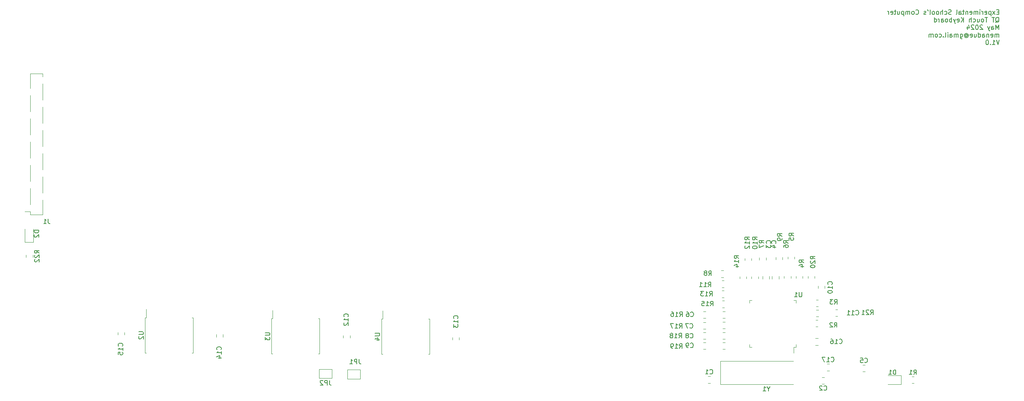
<source format=gbr>
G04 #@! TF.GenerationSoftware,KiCad,Pcbnew,5.1.5+dfsg1-2build2*
G04 #@! TF.CreationDate,2024-05-29T18:28:51+01:00*
G04 #@! TF.ProjectId,qt_touch1,71745f74-6f75-4636-9831-2e6b69636164,rev?*
G04 #@! TF.SameCoordinates,Original*
G04 #@! TF.FileFunction,Legend,Bot*
G04 #@! TF.FilePolarity,Positive*
%FSLAX46Y46*%
G04 Gerber Fmt 4.6, Leading zero omitted, Abs format (unit mm)*
G04 Created by KiCad (PCBNEW 5.1.5+dfsg1-2build2) date 2024-05-29 18:28:51*
%MOMM*%
%LPD*%
G04 APERTURE LIST*
%ADD10C,0.150000*%
%ADD11C,0.120000*%
G04 APERTURE END LIST*
D10*
X244739404Y-59853571D02*
X244406071Y-59853571D01*
X244263214Y-60377380D02*
X244739404Y-60377380D01*
X244739404Y-59377380D01*
X244263214Y-59377380D01*
X243929880Y-60377380D02*
X243406071Y-59710714D01*
X243929880Y-59710714D02*
X243406071Y-60377380D01*
X243025119Y-59710714D02*
X243025119Y-60710714D01*
X243025119Y-59758333D02*
X242929880Y-59710714D01*
X242739404Y-59710714D01*
X242644166Y-59758333D01*
X242596547Y-59805952D01*
X242548928Y-59901190D01*
X242548928Y-60186904D01*
X242596547Y-60282142D01*
X242644166Y-60329761D01*
X242739404Y-60377380D01*
X242929880Y-60377380D01*
X243025119Y-60329761D01*
X241739404Y-60329761D02*
X241834642Y-60377380D01*
X242025119Y-60377380D01*
X242120357Y-60329761D01*
X242167976Y-60234523D01*
X242167976Y-59853571D01*
X242120357Y-59758333D01*
X242025119Y-59710714D01*
X241834642Y-59710714D01*
X241739404Y-59758333D01*
X241691785Y-59853571D01*
X241691785Y-59948809D01*
X242167976Y-60044047D01*
X241263214Y-60377380D02*
X241263214Y-59710714D01*
X241263214Y-59901190D02*
X241215595Y-59805952D01*
X241167976Y-59758333D01*
X241072738Y-59710714D01*
X240977500Y-59710714D01*
X240644166Y-60377380D02*
X240644166Y-59710714D01*
X240644166Y-59377380D02*
X240691785Y-59425000D01*
X240644166Y-59472619D01*
X240596547Y-59425000D01*
X240644166Y-59377380D01*
X240644166Y-59472619D01*
X240167976Y-60377380D02*
X240167976Y-59710714D01*
X240167976Y-59805952D02*
X240120357Y-59758333D01*
X240025119Y-59710714D01*
X239882261Y-59710714D01*
X239787023Y-59758333D01*
X239739404Y-59853571D01*
X239739404Y-60377380D01*
X239739404Y-59853571D02*
X239691785Y-59758333D01*
X239596547Y-59710714D01*
X239453690Y-59710714D01*
X239358452Y-59758333D01*
X239310833Y-59853571D01*
X239310833Y-60377380D01*
X238453690Y-60329761D02*
X238548928Y-60377380D01*
X238739404Y-60377380D01*
X238834642Y-60329761D01*
X238882261Y-60234523D01*
X238882261Y-59853571D01*
X238834642Y-59758333D01*
X238739404Y-59710714D01*
X238548928Y-59710714D01*
X238453690Y-59758333D01*
X238406071Y-59853571D01*
X238406071Y-59948809D01*
X238882261Y-60044047D01*
X237977500Y-59710714D02*
X237977500Y-60377380D01*
X237977500Y-59805952D02*
X237929880Y-59758333D01*
X237834642Y-59710714D01*
X237691785Y-59710714D01*
X237596547Y-59758333D01*
X237548928Y-59853571D01*
X237548928Y-60377380D01*
X237215595Y-59710714D02*
X236834642Y-59710714D01*
X237072738Y-59377380D02*
X237072738Y-60234523D01*
X237025119Y-60329761D01*
X236929880Y-60377380D01*
X236834642Y-60377380D01*
X236072738Y-60377380D02*
X236072738Y-59853571D01*
X236120357Y-59758333D01*
X236215595Y-59710714D01*
X236406071Y-59710714D01*
X236501309Y-59758333D01*
X236072738Y-60329761D02*
X236167976Y-60377380D01*
X236406071Y-60377380D01*
X236501309Y-60329761D01*
X236548928Y-60234523D01*
X236548928Y-60139285D01*
X236501309Y-60044047D01*
X236406071Y-59996428D01*
X236167976Y-59996428D01*
X236072738Y-59948809D01*
X235453690Y-60377380D02*
X235548928Y-60329761D01*
X235596547Y-60234523D01*
X235596547Y-59377380D01*
X234358452Y-60329761D02*
X234215595Y-60377380D01*
X233977500Y-60377380D01*
X233882261Y-60329761D01*
X233834642Y-60282142D01*
X233787023Y-60186904D01*
X233787023Y-60091666D01*
X233834642Y-59996428D01*
X233882261Y-59948809D01*
X233977500Y-59901190D01*
X234167976Y-59853571D01*
X234263214Y-59805952D01*
X234310833Y-59758333D01*
X234358452Y-59663095D01*
X234358452Y-59567857D01*
X234310833Y-59472619D01*
X234263214Y-59425000D01*
X234167976Y-59377380D01*
X233929880Y-59377380D01*
X233787023Y-59425000D01*
X232929880Y-60329761D02*
X233025119Y-60377380D01*
X233215595Y-60377380D01*
X233310833Y-60329761D01*
X233358452Y-60282142D01*
X233406071Y-60186904D01*
X233406071Y-59901190D01*
X233358452Y-59805952D01*
X233310833Y-59758333D01*
X233215595Y-59710714D01*
X233025119Y-59710714D01*
X232929880Y-59758333D01*
X232501309Y-60377380D02*
X232501309Y-59377380D01*
X232072738Y-60377380D02*
X232072738Y-59853571D01*
X232120357Y-59758333D01*
X232215595Y-59710714D01*
X232358452Y-59710714D01*
X232453690Y-59758333D01*
X232501309Y-59805952D01*
X231453690Y-60377380D02*
X231548928Y-60329761D01*
X231596547Y-60282142D01*
X231644166Y-60186904D01*
X231644166Y-59901190D01*
X231596547Y-59805952D01*
X231548928Y-59758333D01*
X231453690Y-59710714D01*
X231310833Y-59710714D01*
X231215595Y-59758333D01*
X231167976Y-59805952D01*
X231120357Y-59901190D01*
X231120357Y-60186904D01*
X231167976Y-60282142D01*
X231215595Y-60329761D01*
X231310833Y-60377380D01*
X231453690Y-60377380D01*
X230548928Y-60377380D02*
X230644166Y-60329761D01*
X230691785Y-60282142D01*
X230739404Y-60186904D01*
X230739404Y-59901190D01*
X230691785Y-59805952D01*
X230644166Y-59758333D01*
X230548928Y-59710714D01*
X230406071Y-59710714D01*
X230310833Y-59758333D01*
X230263214Y-59805952D01*
X230215595Y-59901190D01*
X230215595Y-60186904D01*
X230263214Y-60282142D01*
X230310833Y-60329761D01*
X230406071Y-60377380D01*
X230548928Y-60377380D01*
X229644166Y-60377380D02*
X229739404Y-60329761D01*
X229787023Y-60234523D01*
X229787023Y-59377380D01*
X229215595Y-59377380D02*
X229310833Y-59567857D01*
X228834642Y-60329761D02*
X228739404Y-60377380D01*
X228548928Y-60377380D01*
X228453690Y-60329761D01*
X228406071Y-60234523D01*
X228406071Y-60186904D01*
X228453690Y-60091666D01*
X228548928Y-60044047D01*
X228691785Y-60044047D01*
X228787023Y-59996428D01*
X228834642Y-59901190D01*
X228834642Y-59853571D01*
X228787023Y-59758333D01*
X228691785Y-59710714D01*
X228548928Y-59710714D01*
X228453690Y-59758333D01*
X226644166Y-60282142D02*
X226691785Y-60329761D01*
X226834642Y-60377380D01*
X226929880Y-60377380D01*
X227072738Y-60329761D01*
X227167976Y-60234523D01*
X227215595Y-60139285D01*
X227263214Y-59948809D01*
X227263214Y-59805952D01*
X227215595Y-59615476D01*
X227167976Y-59520238D01*
X227072738Y-59425000D01*
X226929880Y-59377380D01*
X226834642Y-59377380D01*
X226691785Y-59425000D01*
X226644166Y-59472619D01*
X226072738Y-60377380D02*
X226167976Y-60329761D01*
X226215595Y-60282142D01*
X226263214Y-60186904D01*
X226263214Y-59901190D01*
X226215595Y-59805952D01*
X226167976Y-59758333D01*
X226072738Y-59710714D01*
X225929880Y-59710714D01*
X225834642Y-59758333D01*
X225787023Y-59805952D01*
X225739404Y-59901190D01*
X225739404Y-60186904D01*
X225787023Y-60282142D01*
X225834642Y-60329761D01*
X225929880Y-60377380D01*
X226072738Y-60377380D01*
X225310833Y-60377380D02*
X225310833Y-59710714D01*
X225310833Y-59805952D02*
X225263214Y-59758333D01*
X225167976Y-59710714D01*
X225025119Y-59710714D01*
X224929880Y-59758333D01*
X224882261Y-59853571D01*
X224882261Y-60377380D01*
X224882261Y-59853571D02*
X224834642Y-59758333D01*
X224739404Y-59710714D01*
X224596547Y-59710714D01*
X224501309Y-59758333D01*
X224453690Y-59853571D01*
X224453690Y-60377380D01*
X223977500Y-59710714D02*
X223977500Y-60710714D01*
X223977500Y-59758333D02*
X223882261Y-59710714D01*
X223691785Y-59710714D01*
X223596547Y-59758333D01*
X223548928Y-59805952D01*
X223501309Y-59901190D01*
X223501309Y-60186904D01*
X223548928Y-60282142D01*
X223596547Y-60329761D01*
X223691785Y-60377380D01*
X223882261Y-60377380D01*
X223977500Y-60329761D01*
X222644166Y-59710714D02*
X222644166Y-60377380D01*
X223072738Y-59710714D02*
X223072738Y-60234523D01*
X223025119Y-60329761D01*
X222929880Y-60377380D01*
X222787023Y-60377380D01*
X222691785Y-60329761D01*
X222644166Y-60282142D01*
X222310833Y-59710714D02*
X221929880Y-59710714D01*
X222167976Y-59377380D02*
X222167976Y-60234523D01*
X222120357Y-60329761D01*
X222025119Y-60377380D01*
X221929880Y-60377380D01*
X221215595Y-60329761D02*
X221310833Y-60377380D01*
X221501309Y-60377380D01*
X221596547Y-60329761D01*
X221644166Y-60234523D01*
X221644166Y-59853571D01*
X221596547Y-59758333D01*
X221501309Y-59710714D01*
X221310833Y-59710714D01*
X221215595Y-59758333D01*
X221167976Y-59853571D01*
X221167976Y-59948809D01*
X221644166Y-60044047D01*
X220739404Y-60377380D02*
X220739404Y-59710714D01*
X220739404Y-59901190D02*
X220691785Y-59805952D01*
X220644166Y-59758333D01*
X220548928Y-59710714D01*
X220453690Y-59710714D01*
X244072738Y-62122619D02*
X244167976Y-62075000D01*
X244263214Y-61979761D01*
X244406071Y-61836904D01*
X244501309Y-61789285D01*
X244596547Y-61789285D01*
X244548928Y-62027380D02*
X244644166Y-61979761D01*
X244739404Y-61884523D01*
X244787023Y-61694047D01*
X244787023Y-61360714D01*
X244739404Y-61170238D01*
X244644166Y-61075000D01*
X244548928Y-61027380D01*
X244358452Y-61027380D01*
X244263214Y-61075000D01*
X244167976Y-61170238D01*
X244120357Y-61360714D01*
X244120357Y-61694047D01*
X244167976Y-61884523D01*
X244263214Y-61979761D01*
X244358452Y-62027380D01*
X244548928Y-62027380D01*
X243834642Y-61027380D02*
X243263214Y-61027380D01*
X243548928Y-62027380D02*
X243548928Y-61027380D01*
X242310833Y-61027380D02*
X241739404Y-61027380D01*
X242025119Y-62027380D02*
X242025119Y-61027380D01*
X241263214Y-62027380D02*
X241358452Y-61979761D01*
X241406071Y-61932142D01*
X241453690Y-61836904D01*
X241453690Y-61551190D01*
X241406071Y-61455952D01*
X241358452Y-61408333D01*
X241263214Y-61360714D01*
X241120357Y-61360714D01*
X241025119Y-61408333D01*
X240977500Y-61455952D01*
X240929880Y-61551190D01*
X240929880Y-61836904D01*
X240977500Y-61932142D01*
X241025119Y-61979761D01*
X241120357Y-62027380D01*
X241263214Y-62027380D01*
X240072738Y-61360714D02*
X240072738Y-62027380D01*
X240501309Y-61360714D02*
X240501309Y-61884523D01*
X240453690Y-61979761D01*
X240358452Y-62027380D01*
X240215595Y-62027380D01*
X240120357Y-61979761D01*
X240072738Y-61932142D01*
X239167976Y-61979761D02*
X239263214Y-62027380D01*
X239453690Y-62027380D01*
X239548928Y-61979761D01*
X239596547Y-61932142D01*
X239644166Y-61836904D01*
X239644166Y-61551190D01*
X239596547Y-61455952D01*
X239548928Y-61408333D01*
X239453690Y-61360714D01*
X239263214Y-61360714D01*
X239167976Y-61408333D01*
X238739404Y-62027380D02*
X238739404Y-61027380D01*
X238310833Y-62027380D02*
X238310833Y-61503571D01*
X238358452Y-61408333D01*
X238453690Y-61360714D01*
X238596547Y-61360714D01*
X238691785Y-61408333D01*
X238739404Y-61455952D01*
X237072738Y-62027380D02*
X237072738Y-61027380D01*
X236501309Y-62027380D02*
X236929880Y-61455952D01*
X236501309Y-61027380D02*
X237072738Y-61598809D01*
X235691785Y-61979761D02*
X235787023Y-62027380D01*
X235977500Y-62027380D01*
X236072738Y-61979761D01*
X236120357Y-61884523D01*
X236120357Y-61503571D01*
X236072738Y-61408333D01*
X235977500Y-61360714D01*
X235787023Y-61360714D01*
X235691785Y-61408333D01*
X235644166Y-61503571D01*
X235644166Y-61598809D01*
X236120357Y-61694047D01*
X235310833Y-61360714D02*
X235072738Y-62027380D01*
X234834642Y-61360714D02*
X235072738Y-62027380D01*
X235167976Y-62265476D01*
X235215595Y-62313095D01*
X235310833Y-62360714D01*
X234453690Y-62027380D02*
X234453690Y-61027380D01*
X234453690Y-61408333D02*
X234358452Y-61360714D01*
X234167976Y-61360714D01*
X234072738Y-61408333D01*
X234025119Y-61455952D01*
X233977500Y-61551190D01*
X233977500Y-61836904D01*
X234025119Y-61932142D01*
X234072738Y-61979761D01*
X234167976Y-62027380D01*
X234358452Y-62027380D01*
X234453690Y-61979761D01*
X233406071Y-62027380D02*
X233501309Y-61979761D01*
X233548928Y-61932142D01*
X233596547Y-61836904D01*
X233596547Y-61551190D01*
X233548928Y-61455952D01*
X233501309Y-61408333D01*
X233406071Y-61360714D01*
X233263214Y-61360714D01*
X233167976Y-61408333D01*
X233120357Y-61455952D01*
X233072738Y-61551190D01*
X233072738Y-61836904D01*
X233120357Y-61932142D01*
X233167976Y-61979761D01*
X233263214Y-62027380D01*
X233406071Y-62027380D01*
X232215595Y-62027380D02*
X232215595Y-61503571D01*
X232263214Y-61408333D01*
X232358452Y-61360714D01*
X232548928Y-61360714D01*
X232644166Y-61408333D01*
X232215595Y-61979761D02*
X232310833Y-62027380D01*
X232548928Y-62027380D01*
X232644166Y-61979761D01*
X232691785Y-61884523D01*
X232691785Y-61789285D01*
X232644166Y-61694047D01*
X232548928Y-61646428D01*
X232310833Y-61646428D01*
X232215595Y-61598809D01*
X231739404Y-62027380D02*
X231739404Y-61360714D01*
X231739404Y-61551190D02*
X231691785Y-61455952D01*
X231644166Y-61408333D01*
X231548928Y-61360714D01*
X231453690Y-61360714D01*
X230691785Y-62027380D02*
X230691785Y-61027380D01*
X230691785Y-61979761D02*
X230787023Y-62027380D01*
X230977500Y-62027380D01*
X231072738Y-61979761D01*
X231120357Y-61932142D01*
X231167976Y-61836904D01*
X231167976Y-61551190D01*
X231120357Y-61455952D01*
X231072738Y-61408333D01*
X230977500Y-61360714D01*
X230787023Y-61360714D01*
X230691785Y-61408333D01*
X244739404Y-63677380D02*
X244739404Y-62677380D01*
X244406071Y-63391666D01*
X244072738Y-62677380D01*
X244072738Y-63677380D01*
X243167976Y-63677380D02*
X243167976Y-63153571D01*
X243215595Y-63058333D01*
X243310833Y-63010714D01*
X243501309Y-63010714D01*
X243596547Y-63058333D01*
X243167976Y-63629761D02*
X243263214Y-63677380D01*
X243501309Y-63677380D01*
X243596547Y-63629761D01*
X243644166Y-63534523D01*
X243644166Y-63439285D01*
X243596547Y-63344047D01*
X243501309Y-63296428D01*
X243263214Y-63296428D01*
X243167976Y-63248809D01*
X242787023Y-63010714D02*
X242548928Y-63677380D01*
X242310833Y-63010714D02*
X242548928Y-63677380D01*
X242644166Y-63915476D01*
X242691785Y-63963095D01*
X242787023Y-64010714D01*
X241215595Y-62772619D02*
X241167976Y-62725000D01*
X241072738Y-62677380D01*
X240834642Y-62677380D01*
X240739404Y-62725000D01*
X240691785Y-62772619D01*
X240644166Y-62867857D01*
X240644166Y-62963095D01*
X240691785Y-63105952D01*
X241263214Y-63677380D01*
X240644166Y-63677380D01*
X240025119Y-62677380D02*
X239929880Y-62677380D01*
X239834642Y-62725000D01*
X239787023Y-62772619D01*
X239739404Y-62867857D01*
X239691785Y-63058333D01*
X239691785Y-63296428D01*
X239739404Y-63486904D01*
X239787023Y-63582142D01*
X239834642Y-63629761D01*
X239929880Y-63677380D01*
X240025119Y-63677380D01*
X240120357Y-63629761D01*
X240167976Y-63582142D01*
X240215595Y-63486904D01*
X240263214Y-63296428D01*
X240263214Y-63058333D01*
X240215595Y-62867857D01*
X240167976Y-62772619D01*
X240120357Y-62725000D01*
X240025119Y-62677380D01*
X239310833Y-62772619D02*
X239263214Y-62725000D01*
X239167976Y-62677380D01*
X238929880Y-62677380D01*
X238834642Y-62725000D01*
X238787023Y-62772619D01*
X238739404Y-62867857D01*
X238739404Y-62963095D01*
X238787023Y-63105952D01*
X239358452Y-63677380D01*
X238739404Y-63677380D01*
X237882261Y-63010714D02*
X237882261Y-63677380D01*
X238120357Y-62629761D02*
X238358452Y-63344047D01*
X237739404Y-63344047D01*
X244739404Y-65327380D02*
X244739404Y-64660714D01*
X244739404Y-64755952D02*
X244691785Y-64708333D01*
X244596547Y-64660714D01*
X244453690Y-64660714D01*
X244358452Y-64708333D01*
X244310833Y-64803571D01*
X244310833Y-65327380D01*
X244310833Y-64803571D02*
X244263214Y-64708333D01*
X244167976Y-64660714D01*
X244025119Y-64660714D01*
X243929880Y-64708333D01*
X243882261Y-64803571D01*
X243882261Y-65327380D01*
X243025119Y-65279761D02*
X243120357Y-65327380D01*
X243310833Y-65327380D01*
X243406071Y-65279761D01*
X243453690Y-65184523D01*
X243453690Y-64803571D01*
X243406071Y-64708333D01*
X243310833Y-64660714D01*
X243120357Y-64660714D01*
X243025119Y-64708333D01*
X242977500Y-64803571D01*
X242977500Y-64898809D01*
X243453690Y-64994047D01*
X242548928Y-64660714D02*
X242548928Y-65327380D01*
X242548928Y-64755952D02*
X242501309Y-64708333D01*
X242406071Y-64660714D01*
X242263214Y-64660714D01*
X242167976Y-64708333D01*
X242120357Y-64803571D01*
X242120357Y-65327380D01*
X241215595Y-65327380D02*
X241215595Y-64803571D01*
X241263214Y-64708333D01*
X241358452Y-64660714D01*
X241548928Y-64660714D01*
X241644166Y-64708333D01*
X241215595Y-65279761D02*
X241310833Y-65327380D01*
X241548928Y-65327380D01*
X241644166Y-65279761D01*
X241691785Y-65184523D01*
X241691785Y-65089285D01*
X241644166Y-64994047D01*
X241548928Y-64946428D01*
X241310833Y-64946428D01*
X241215595Y-64898809D01*
X240310833Y-65327380D02*
X240310833Y-64327380D01*
X240310833Y-65279761D02*
X240406071Y-65327380D01*
X240596547Y-65327380D01*
X240691785Y-65279761D01*
X240739404Y-65232142D01*
X240787023Y-65136904D01*
X240787023Y-64851190D01*
X240739404Y-64755952D01*
X240691785Y-64708333D01*
X240596547Y-64660714D01*
X240406071Y-64660714D01*
X240310833Y-64708333D01*
X239406071Y-64660714D02*
X239406071Y-65327380D01*
X239834642Y-64660714D02*
X239834642Y-65184523D01*
X239787023Y-65279761D01*
X239691785Y-65327380D01*
X239548928Y-65327380D01*
X239453690Y-65279761D01*
X239406071Y-65232142D01*
X238548928Y-65279761D02*
X238644166Y-65327380D01*
X238834642Y-65327380D01*
X238929880Y-65279761D01*
X238977500Y-65184523D01*
X238977500Y-64803571D01*
X238929880Y-64708333D01*
X238834642Y-64660714D01*
X238644166Y-64660714D01*
X238548928Y-64708333D01*
X238501309Y-64803571D01*
X238501309Y-64898809D01*
X238977500Y-64994047D01*
X237453690Y-64851190D02*
X237501309Y-64803571D01*
X237596547Y-64755952D01*
X237691785Y-64755952D01*
X237787023Y-64803571D01*
X237834642Y-64851190D01*
X237882261Y-64946428D01*
X237882261Y-65041666D01*
X237834642Y-65136904D01*
X237787023Y-65184523D01*
X237691785Y-65232142D01*
X237596547Y-65232142D01*
X237501309Y-65184523D01*
X237453690Y-65136904D01*
X237453690Y-64755952D02*
X237453690Y-65136904D01*
X237406071Y-65184523D01*
X237358452Y-65184523D01*
X237263214Y-65136904D01*
X237215595Y-65041666D01*
X237215595Y-64803571D01*
X237310833Y-64660714D01*
X237453690Y-64565476D01*
X237644166Y-64517857D01*
X237834642Y-64565476D01*
X237977500Y-64660714D01*
X238072738Y-64803571D01*
X238120357Y-64994047D01*
X238072738Y-65184523D01*
X237977500Y-65327380D01*
X237834642Y-65422619D01*
X237644166Y-65470238D01*
X237453690Y-65422619D01*
X237310833Y-65327380D01*
X236358452Y-64660714D02*
X236358452Y-65470238D01*
X236406071Y-65565476D01*
X236453690Y-65613095D01*
X236548928Y-65660714D01*
X236691785Y-65660714D01*
X236787023Y-65613095D01*
X236358452Y-65279761D02*
X236453690Y-65327380D01*
X236644166Y-65327380D01*
X236739404Y-65279761D01*
X236787023Y-65232142D01*
X236834642Y-65136904D01*
X236834642Y-64851190D01*
X236787023Y-64755952D01*
X236739404Y-64708333D01*
X236644166Y-64660714D01*
X236453690Y-64660714D01*
X236358452Y-64708333D01*
X235882261Y-65327380D02*
X235882261Y-64660714D01*
X235882261Y-64755952D02*
X235834642Y-64708333D01*
X235739404Y-64660714D01*
X235596547Y-64660714D01*
X235501309Y-64708333D01*
X235453690Y-64803571D01*
X235453690Y-65327380D01*
X235453690Y-64803571D02*
X235406071Y-64708333D01*
X235310833Y-64660714D01*
X235167976Y-64660714D01*
X235072738Y-64708333D01*
X235025119Y-64803571D01*
X235025119Y-65327380D01*
X234120357Y-65327380D02*
X234120357Y-64803571D01*
X234167976Y-64708333D01*
X234263214Y-64660714D01*
X234453690Y-64660714D01*
X234548928Y-64708333D01*
X234120357Y-65279761D02*
X234215595Y-65327380D01*
X234453690Y-65327380D01*
X234548928Y-65279761D01*
X234596547Y-65184523D01*
X234596547Y-65089285D01*
X234548928Y-64994047D01*
X234453690Y-64946428D01*
X234215595Y-64946428D01*
X234120357Y-64898809D01*
X233644166Y-65327380D02*
X233644166Y-64660714D01*
X233644166Y-64327380D02*
X233691785Y-64375000D01*
X233644166Y-64422619D01*
X233596547Y-64375000D01*
X233644166Y-64327380D01*
X233644166Y-64422619D01*
X233025119Y-65327380D02*
X233120357Y-65279761D01*
X233167976Y-65184523D01*
X233167976Y-64327380D01*
X232644166Y-65232142D02*
X232596547Y-65279761D01*
X232644166Y-65327380D01*
X232691785Y-65279761D01*
X232644166Y-65232142D01*
X232644166Y-65327380D01*
X231739404Y-65279761D02*
X231834642Y-65327380D01*
X232025119Y-65327380D01*
X232120357Y-65279761D01*
X232167976Y-65232142D01*
X232215595Y-65136904D01*
X232215595Y-64851190D01*
X232167976Y-64755952D01*
X232120357Y-64708333D01*
X232025119Y-64660714D01*
X231834642Y-64660714D01*
X231739404Y-64708333D01*
X231167976Y-65327380D02*
X231263214Y-65279761D01*
X231310833Y-65232142D01*
X231358452Y-65136904D01*
X231358452Y-64851190D01*
X231310833Y-64755952D01*
X231263214Y-64708333D01*
X231167976Y-64660714D01*
X231025119Y-64660714D01*
X230929880Y-64708333D01*
X230882261Y-64755952D01*
X230834642Y-64851190D01*
X230834642Y-65136904D01*
X230882261Y-65232142D01*
X230929880Y-65279761D01*
X231025119Y-65327380D01*
X231167976Y-65327380D01*
X230406071Y-65327380D02*
X230406071Y-64660714D01*
X230406071Y-64755952D02*
X230358452Y-64708333D01*
X230263214Y-64660714D01*
X230120357Y-64660714D01*
X230025119Y-64708333D01*
X229977500Y-64803571D01*
X229977500Y-65327380D01*
X229977500Y-64803571D02*
X229929880Y-64708333D01*
X229834642Y-64660714D01*
X229691785Y-64660714D01*
X229596547Y-64708333D01*
X229548928Y-64803571D01*
X229548928Y-65327380D01*
X244882261Y-65977380D02*
X244548928Y-66977380D01*
X244215595Y-65977380D01*
X243358452Y-66977380D02*
X243929880Y-66977380D01*
X243644166Y-66977380D02*
X243644166Y-65977380D01*
X243739404Y-66120238D01*
X243834642Y-66215476D01*
X243929880Y-66263095D01*
X242929880Y-66882142D02*
X242882261Y-66929761D01*
X242929880Y-66977380D01*
X242977500Y-66929761D01*
X242929880Y-66882142D01*
X242929880Y-66977380D01*
X242263214Y-65977380D02*
X242167976Y-65977380D01*
X242072738Y-66025000D01*
X242025119Y-66072619D01*
X241977500Y-66167857D01*
X241929880Y-66358333D01*
X241929880Y-66596428D01*
X241977500Y-66786904D01*
X242025119Y-66882142D01*
X242072738Y-66929761D01*
X242167976Y-66977380D01*
X242263214Y-66977380D01*
X242358452Y-66929761D01*
X242406071Y-66882142D01*
X242453690Y-66786904D01*
X242501309Y-66596428D01*
X242501309Y-66358333D01*
X242453690Y-66167857D01*
X242406071Y-66072619D01*
X242358452Y-66025000D01*
X242263214Y-65977380D01*
D11*
X110195000Y-126940000D02*
X110195000Y-125125000D01*
X109940000Y-126940000D02*
X110195000Y-126940000D01*
X109940000Y-130800000D02*
X109940000Y-126940000D01*
X109940000Y-134660000D02*
X110195000Y-134660000D01*
X109940000Y-130800000D02*
X109940000Y-134660000D01*
X120460000Y-126940000D02*
X120205000Y-126940000D01*
X120460000Y-130800000D02*
X120460000Y-126940000D01*
X120460000Y-134660000D02*
X120205000Y-134660000D01*
X120460000Y-130800000D02*
X120460000Y-134660000D01*
X86195000Y-126840000D02*
X86195000Y-125025000D01*
X85940000Y-126840000D02*
X86195000Y-126840000D01*
X85940000Y-130700000D02*
X85940000Y-126840000D01*
X85940000Y-134560000D02*
X86195000Y-134560000D01*
X85940000Y-130700000D02*
X85940000Y-134560000D01*
X96460000Y-126840000D02*
X96205000Y-126840000D01*
X96460000Y-130700000D02*
X96460000Y-126840000D01*
X96460000Y-134560000D02*
X96205000Y-134560000D01*
X96460000Y-130700000D02*
X96460000Y-134560000D01*
X58595000Y-126640000D02*
X58595000Y-124825000D01*
X58340000Y-126640000D02*
X58595000Y-126640000D01*
X58340000Y-130500000D02*
X58340000Y-126640000D01*
X58340000Y-134360000D02*
X58595000Y-134360000D01*
X58340000Y-130500000D02*
X58340000Y-134360000D01*
X68860000Y-126640000D02*
X68605000Y-126640000D01*
X68860000Y-130500000D02*
X68860000Y-126640000D01*
X68860000Y-134360000D02*
X68605000Y-134360000D01*
X68860000Y-130500000D02*
X68860000Y-134360000D01*
X96300000Y-139900000D02*
X99100000Y-139900000D01*
X99100000Y-139900000D02*
X99100000Y-137900000D01*
X99100000Y-137900000D02*
X96300000Y-137900000D01*
X96300000Y-137900000D02*
X96300000Y-139900000D01*
X102500000Y-140000000D02*
X105300000Y-140000000D01*
X105300000Y-140000000D02*
X105300000Y-138000000D01*
X105300000Y-138000000D02*
X102500000Y-138000000D01*
X102500000Y-138000000D02*
X102500000Y-140000000D01*
X32365000Y-113427064D02*
X32365000Y-112972936D01*
X33835000Y-113427064D02*
X33835000Y-112972936D01*
X32040000Y-110160000D02*
X32040000Y-107300000D01*
X33960000Y-110160000D02*
X32040000Y-110160000D01*
X33960000Y-107300000D02*
X33960000Y-110160000D01*
X223385000Y-141210000D02*
X220525000Y-141210000D01*
X223385000Y-139290000D02*
X223385000Y-141210000D01*
X220525000Y-139290000D02*
X223385000Y-139290000D01*
X207761252Y-138235000D02*
X207238748Y-138235000D01*
X207761252Y-136765000D02*
X207238748Y-136765000D01*
X205261252Y-132635000D02*
X204738748Y-132635000D01*
X205261252Y-131165000D02*
X204738748Y-131165000D01*
X32060000Y-103430000D02*
X33270000Y-103430000D01*
X33270000Y-76510000D02*
X33270000Y-73300000D01*
X33270000Y-81590000D02*
X33270000Y-78030000D01*
X33270000Y-86670000D02*
X33270000Y-83110000D01*
X33270000Y-91750000D02*
X33270000Y-88190000D01*
X33270000Y-96830000D02*
X33270000Y-93270000D01*
X33270000Y-101910000D02*
X33270000Y-98350000D01*
X33270000Y-104100000D02*
X33270000Y-103430000D01*
X33270000Y-73300000D02*
X35930000Y-73300000D01*
X35930000Y-73970000D02*
X35930000Y-73300000D01*
X35930000Y-79050000D02*
X35930000Y-75490000D01*
X35930000Y-84130000D02*
X35930000Y-80570000D01*
X35930000Y-89210000D02*
X35930000Y-85650000D01*
X35930000Y-94290000D02*
X35930000Y-90730000D01*
X35930000Y-99370000D02*
X35930000Y-95810000D01*
X35930000Y-104100000D02*
X35930000Y-100890000D01*
X33270000Y-104100000D02*
X35930000Y-104100000D01*
X52365000Y-130361252D02*
X52365000Y-129838748D01*
X53835000Y-130361252D02*
X53835000Y-129838748D01*
X73865000Y-130861252D02*
X73865000Y-130338748D01*
X75335000Y-130861252D02*
X75335000Y-130338748D01*
X125440000Y-131511252D02*
X125440000Y-130988748D01*
X126910000Y-131511252D02*
X126910000Y-130988748D01*
X101615000Y-131086252D02*
X101615000Y-130563748D01*
X103085000Y-131086252D02*
X103085000Y-130563748D01*
X204838748Y-124965000D02*
X205361252Y-124965000D01*
X204838748Y-126435000D02*
X205361252Y-126435000D01*
X206735000Y-119738748D02*
X206735000Y-120261252D01*
X205265000Y-119738748D02*
X205265000Y-120261252D01*
X184961252Y-133535000D02*
X184438748Y-133535000D01*
X184961252Y-132065000D02*
X184438748Y-132065000D01*
X184961252Y-131335000D02*
X184438748Y-131335000D01*
X184961252Y-129865000D02*
X184438748Y-129865000D01*
X184961252Y-129035000D02*
X184438748Y-129035000D01*
X184961252Y-127565000D02*
X184438748Y-127565000D01*
X184961252Y-126735000D02*
X184438748Y-126735000D01*
X184961252Y-125265000D02*
X184438748Y-125265000D01*
X215561252Y-138435000D02*
X215038748Y-138435000D01*
X215561252Y-136965000D02*
X215038748Y-136965000D01*
X195265000Y-118161252D02*
X195265000Y-117638748D01*
X196735000Y-118161252D02*
X196735000Y-117638748D01*
X193165000Y-118161252D02*
X193165000Y-117638748D01*
X194635000Y-118161252D02*
X194635000Y-117638748D01*
X206138748Y-139665000D02*
X206661252Y-139665000D01*
X206138748Y-141135000D02*
X206661252Y-141135000D01*
X181761252Y-140935000D02*
X181238748Y-140935000D01*
X181761252Y-139465000D02*
X181238748Y-139465000D01*
X183925000Y-136150000D02*
X199900000Y-136150000D01*
X183925000Y-141250000D02*
X183925000Y-136150000D01*
X199900000Y-141250000D02*
X183925000Y-141250000D01*
X199935000Y-133110000D02*
X199935000Y-134400000D01*
X200510000Y-133110000D02*
X199935000Y-133110000D01*
X200510000Y-132535000D02*
X200510000Y-133110000D01*
X200510000Y-122890000D02*
X199935000Y-122890000D01*
X200510000Y-123465000D02*
X200510000Y-122890000D01*
X190290000Y-133110000D02*
X190865000Y-133110000D01*
X190290000Y-132535000D02*
X190290000Y-133110000D01*
X190290000Y-122890000D02*
X190865000Y-122890000D01*
X190290000Y-123465000D02*
X190290000Y-122890000D01*
X209072936Y-124865000D02*
X209527064Y-124865000D01*
X209072936Y-126335000D02*
X209527064Y-126335000D01*
X203065000Y-118027064D02*
X203065000Y-117572936D01*
X204535000Y-118027064D02*
X204535000Y-117572936D01*
X180727064Y-133535000D02*
X180272936Y-133535000D01*
X180727064Y-132065000D02*
X180272936Y-132065000D01*
X180727064Y-131335000D02*
X180272936Y-131335000D01*
X180727064Y-129865000D02*
X180272936Y-129865000D01*
X180727064Y-129135000D02*
X180272936Y-129135000D01*
X180727064Y-127665000D02*
X180272936Y-127665000D01*
X180727064Y-126735000D02*
X180272936Y-126735000D01*
X180727064Y-125265000D02*
X180272936Y-125265000D01*
X184827064Y-124435000D02*
X184372936Y-124435000D01*
X184827064Y-122965000D02*
X184372936Y-122965000D01*
X188165000Y-118127064D02*
X188165000Y-117672936D01*
X189635000Y-118127064D02*
X189635000Y-117672936D01*
X184727064Y-122235000D02*
X184272936Y-122235000D01*
X184727064Y-120765000D02*
X184272936Y-120765000D01*
X189265000Y-114127064D02*
X189265000Y-113672936D01*
X190735000Y-114127064D02*
X190735000Y-113672936D01*
X184727064Y-120035000D02*
X184272936Y-120035000D01*
X184727064Y-118565000D02*
X184272936Y-118565000D01*
X190765000Y-118127064D02*
X190765000Y-117672936D01*
X192235000Y-118127064D02*
X192235000Y-117672936D01*
X196065000Y-113927064D02*
X196065000Y-113472936D01*
X197535000Y-113927064D02*
X197535000Y-113472936D01*
X184627064Y-117835000D02*
X184172936Y-117835000D01*
X184627064Y-116365000D02*
X184172936Y-116365000D01*
X192465000Y-114027064D02*
X192465000Y-113572936D01*
X193935000Y-114027064D02*
X193935000Y-113572936D01*
X197865000Y-118027064D02*
X197865000Y-117572936D01*
X199335000Y-118027064D02*
X199335000Y-117572936D01*
X198665000Y-113827064D02*
X198665000Y-113372936D01*
X200135000Y-113827064D02*
X200135000Y-113372936D01*
X200465000Y-118027064D02*
X200465000Y-117572936D01*
X201935000Y-118027064D02*
X201935000Y-117572936D01*
X204872936Y-122765000D02*
X205327064Y-122765000D01*
X204872936Y-124235000D02*
X205327064Y-124235000D01*
X204772936Y-127165000D02*
X205227064Y-127165000D01*
X204772936Y-128635000D02*
X205227064Y-128635000D01*
X226252064Y-140985000D02*
X225797936Y-140985000D01*
X226252064Y-139515000D02*
X225797936Y-139515000D01*
D10*
X108552380Y-130038095D02*
X109361904Y-130038095D01*
X109457142Y-130085714D01*
X109504761Y-130133333D01*
X109552380Y-130228571D01*
X109552380Y-130419047D01*
X109504761Y-130514285D01*
X109457142Y-130561904D01*
X109361904Y-130609523D01*
X108552380Y-130609523D01*
X108885714Y-131514285D02*
X109552380Y-131514285D01*
X108504761Y-131276190D02*
X109219047Y-131038095D01*
X109219047Y-131657142D01*
X84552380Y-129938095D02*
X85361904Y-129938095D01*
X85457142Y-129985714D01*
X85504761Y-130033333D01*
X85552380Y-130128571D01*
X85552380Y-130319047D01*
X85504761Y-130414285D01*
X85457142Y-130461904D01*
X85361904Y-130509523D01*
X84552380Y-130509523D01*
X84552380Y-130890476D02*
X84552380Y-131509523D01*
X84933333Y-131176190D01*
X84933333Y-131319047D01*
X84980952Y-131414285D01*
X85028571Y-131461904D01*
X85123809Y-131509523D01*
X85361904Y-131509523D01*
X85457142Y-131461904D01*
X85504761Y-131414285D01*
X85552380Y-131319047D01*
X85552380Y-131033333D01*
X85504761Y-130938095D01*
X85457142Y-130890476D01*
X56952380Y-129738095D02*
X57761904Y-129738095D01*
X57857142Y-129785714D01*
X57904761Y-129833333D01*
X57952380Y-129928571D01*
X57952380Y-130119047D01*
X57904761Y-130214285D01*
X57857142Y-130261904D01*
X57761904Y-130309523D01*
X56952380Y-130309523D01*
X57047619Y-130738095D02*
X57000000Y-130785714D01*
X56952380Y-130880952D01*
X56952380Y-131119047D01*
X57000000Y-131214285D01*
X57047619Y-131261904D01*
X57142857Y-131309523D01*
X57238095Y-131309523D01*
X57380952Y-131261904D01*
X57952380Y-130690476D01*
X57952380Y-131309523D01*
X98583333Y-140352380D02*
X98583333Y-141066666D01*
X98630952Y-141209523D01*
X98726190Y-141304761D01*
X98869047Y-141352380D01*
X98964285Y-141352380D01*
X98107142Y-141352380D02*
X98107142Y-140352380D01*
X97726190Y-140352380D01*
X97630952Y-140400000D01*
X97583333Y-140447619D01*
X97535714Y-140542857D01*
X97535714Y-140685714D01*
X97583333Y-140780952D01*
X97630952Y-140828571D01*
X97726190Y-140876190D01*
X98107142Y-140876190D01*
X97154761Y-140447619D02*
X97107142Y-140400000D01*
X97011904Y-140352380D01*
X96773809Y-140352380D01*
X96678571Y-140400000D01*
X96630952Y-140447619D01*
X96583333Y-140542857D01*
X96583333Y-140638095D01*
X96630952Y-140780952D01*
X97202380Y-141352380D01*
X96583333Y-141352380D01*
X105058333Y-135752380D02*
X105058333Y-136466666D01*
X105105952Y-136609523D01*
X105201190Y-136704761D01*
X105344047Y-136752380D01*
X105439285Y-136752380D01*
X104582142Y-136752380D02*
X104582142Y-135752380D01*
X104201190Y-135752380D01*
X104105952Y-135800000D01*
X104058333Y-135847619D01*
X104010714Y-135942857D01*
X104010714Y-136085714D01*
X104058333Y-136180952D01*
X104105952Y-136228571D01*
X104201190Y-136276190D01*
X104582142Y-136276190D01*
X103058333Y-136752380D02*
X103629761Y-136752380D01*
X103344047Y-136752380D02*
X103344047Y-135752380D01*
X103439285Y-135895238D01*
X103534523Y-135990476D01*
X103629761Y-136038095D01*
X35202380Y-112557142D02*
X34726190Y-112223809D01*
X35202380Y-111985714D02*
X34202380Y-111985714D01*
X34202380Y-112366666D01*
X34250000Y-112461904D01*
X34297619Y-112509523D01*
X34392857Y-112557142D01*
X34535714Y-112557142D01*
X34630952Y-112509523D01*
X34678571Y-112461904D01*
X34726190Y-112366666D01*
X34726190Y-111985714D01*
X34297619Y-112938095D02*
X34250000Y-112985714D01*
X34202380Y-113080952D01*
X34202380Y-113319047D01*
X34250000Y-113414285D01*
X34297619Y-113461904D01*
X34392857Y-113509523D01*
X34488095Y-113509523D01*
X34630952Y-113461904D01*
X35202380Y-112890476D01*
X35202380Y-113509523D01*
X34297619Y-113890476D02*
X34250000Y-113938095D01*
X34202380Y-114033333D01*
X34202380Y-114271428D01*
X34250000Y-114366666D01*
X34297619Y-114414285D01*
X34392857Y-114461904D01*
X34488095Y-114461904D01*
X34630952Y-114414285D01*
X35202380Y-113842857D01*
X35202380Y-114461904D01*
X35102380Y-107561904D02*
X34102380Y-107561904D01*
X34102380Y-107800000D01*
X34150000Y-107942857D01*
X34245238Y-108038095D01*
X34340476Y-108085714D01*
X34530952Y-108133333D01*
X34673809Y-108133333D01*
X34864285Y-108085714D01*
X34959523Y-108038095D01*
X35054761Y-107942857D01*
X35102380Y-107800000D01*
X35102380Y-107561904D01*
X34197619Y-108514285D02*
X34150000Y-108561904D01*
X34102380Y-108657142D01*
X34102380Y-108895238D01*
X34150000Y-108990476D01*
X34197619Y-109038095D01*
X34292857Y-109085714D01*
X34388095Y-109085714D01*
X34530952Y-109038095D01*
X35102380Y-108466666D01*
X35102380Y-109085714D01*
X222263095Y-139052380D02*
X222263095Y-138052380D01*
X222025000Y-138052380D01*
X221882142Y-138100000D01*
X221786904Y-138195238D01*
X221739285Y-138290476D01*
X221691666Y-138480952D01*
X221691666Y-138623809D01*
X221739285Y-138814285D01*
X221786904Y-138909523D01*
X221882142Y-139004761D01*
X222025000Y-139052380D01*
X222263095Y-139052380D01*
X220739285Y-139052380D02*
X221310714Y-139052380D01*
X221025000Y-139052380D02*
X221025000Y-138052380D01*
X221120238Y-138195238D01*
X221215476Y-138290476D01*
X221310714Y-138338095D01*
X208142857Y-136177142D02*
X208190476Y-136224761D01*
X208333333Y-136272380D01*
X208428571Y-136272380D01*
X208571428Y-136224761D01*
X208666666Y-136129523D01*
X208714285Y-136034285D01*
X208761904Y-135843809D01*
X208761904Y-135700952D01*
X208714285Y-135510476D01*
X208666666Y-135415238D01*
X208571428Y-135320000D01*
X208428571Y-135272380D01*
X208333333Y-135272380D01*
X208190476Y-135320000D01*
X208142857Y-135367619D01*
X207190476Y-136272380D02*
X207761904Y-136272380D01*
X207476190Y-136272380D02*
X207476190Y-135272380D01*
X207571428Y-135415238D01*
X207666666Y-135510476D01*
X207761904Y-135558095D01*
X206857142Y-135272380D02*
X206190476Y-135272380D01*
X206619047Y-136272380D01*
X209917857Y-132232142D02*
X209965476Y-132279761D01*
X210108333Y-132327380D01*
X210203571Y-132327380D01*
X210346428Y-132279761D01*
X210441666Y-132184523D01*
X210489285Y-132089285D01*
X210536904Y-131898809D01*
X210536904Y-131755952D01*
X210489285Y-131565476D01*
X210441666Y-131470238D01*
X210346428Y-131375000D01*
X210203571Y-131327380D01*
X210108333Y-131327380D01*
X209965476Y-131375000D01*
X209917857Y-131422619D01*
X208965476Y-132327380D02*
X209536904Y-132327380D01*
X209251190Y-132327380D02*
X209251190Y-131327380D01*
X209346428Y-131470238D01*
X209441666Y-131565476D01*
X209536904Y-131613095D01*
X208108333Y-131327380D02*
X208298809Y-131327380D01*
X208394047Y-131375000D01*
X208441666Y-131422619D01*
X208536904Y-131565476D01*
X208584523Y-131755952D01*
X208584523Y-132136904D01*
X208536904Y-132232142D01*
X208489285Y-132279761D01*
X208394047Y-132327380D01*
X208203571Y-132327380D01*
X208108333Y-132279761D01*
X208060714Y-132232142D01*
X208013095Y-132136904D01*
X208013095Y-131898809D01*
X208060714Y-131803571D01*
X208108333Y-131755952D01*
X208203571Y-131708333D01*
X208394047Y-131708333D01*
X208489285Y-131755952D01*
X208536904Y-131803571D01*
X208584523Y-131898809D01*
X37183333Y-105102380D02*
X37183333Y-105816666D01*
X37230952Y-105959523D01*
X37326190Y-106054761D01*
X37469047Y-106102380D01*
X37564285Y-106102380D01*
X36183333Y-106102380D02*
X36754761Y-106102380D01*
X36469047Y-106102380D02*
X36469047Y-105102380D01*
X36564285Y-105245238D01*
X36659523Y-105340476D01*
X36754761Y-105388095D01*
X53357142Y-132857142D02*
X53404761Y-132809523D01*
X53452380Y-132666666D01*
X53452380Y-132571428D01*
X53404761Y-132428571D01*
X53309523Y-132333333D01*
X53214285Y-132285714D01*
X53023809Y-132238095D01*
X52880952Y-132238095D01*
X52690476Y-132285714D01*
X52595238Y-132333333D01*
X52500000Y-132428571D01*
X52452380Y-132571428D01*
X52452380Y-132666666D01*
X52500000Y-132809523D01*
X52547619Y-132857142D01*
X53452380Y-133809523D02*
X53452380Y-133238095D01*
X53452380Y-133523809D02*
X52452380Y-133523809D01*
X52595238Y-133428571D01*
X52690476Y-133333333D01*
X52738095Y-133238095D01*
X52452380Y-134714285D02*
X52452380Y-134238095D01*
X52928571Y-134190476D01*
X52880952Y-134238095D01*
X52833333Y-134333333D01*
X52833333Y-134571428D01*
X52880952Y-134666666D01*
X52928571Y-134714285D01*
X53023809Y-134761904D01*
X53261904Y-134761904D01*
X53357142Y-134714285D01*
X53404761Y-134666666D01*
X53452380Y-134571428D01*
X53452380Y-134333333D01*
X53404761Y-134238095D01*
X53357142Y-134190476D01*
X74882142Y-133632142D02*
X74929761Y-133584523D01*
X74977380Y-133441666D01*
X74977380Y-133346428D01*
X74929761Y-133203571D01*
X74834523Y-133108333D01*
X74739285Y-133060714D01*
X74548809Y-133013095D01*
X74405952Y-133013095D01*
X74215476Y-133060714D01*
X74120238Y-133108333D01*
X74025000Y-133203571D01*
X73977380Y-133346428D01*
X73977380Y-133441666D01*
X74025000Y-133584523D01*
X74072619Y-133632142D01*
X74977380Y-134584523D02*
X74977380Y-134013095D01*
X74977380Y-134298809D02*
X73977380Y-134298809D01*
X74120238Y-134203571D01*
X74215476Y-134108333D01*
X74263095Y-134013095D01*
X74310714Y-135441666D02*
X74977380Y-135441666D01*
X73929761Y-135203571D02*
X74644047Y-134965476D01*
X74644047Y-135584523D01*
X126582142Y-126832142D02*
X126629761Y-126784523D01*
X126677380Y-126641666D01*
X126677380Y-126546428D01*
X126629761Y-126403571D01*
X126534523Y-126308333D01*
X126439285Y-126260714D01*
X126248809Y-126213095D01*
X126105952Y-126213095D01*
X125915476Y-126260714D01*
X125820238Y-126308333D01*
X125725000Y-126403571D01*
X125677380Y-126546428D01*
X125677380Y-126641666D01*
X125725000Y-126784523D01*
X125772619Y-126832142D01*
X126677380Y-127784523D02*
X126677380Y-127213095D01*
X126677380Y-127498809D02*
X125677380Y-127498809D01*
X125820238Y-127403571D01*
X125915476Y-127308333D01*
X125963095Y-127213095D01*
X125677380Y-128117857D02*
X125677380Y-128736904D01*
X126058333Y-128403571D01*
X126058333Y-128546428D01*
X126105952Y-128641666D01*
X126153571Y-128689285D01*
X126248809Y-128736904D01*
X126486904Y-128736904D01*
X126582142Y-128689285D01*
X126629761Y-128641666D01*
X126677380Y-128546428D01*
X126677380Y-128260714D01*
X126629761Y-128165476D01*
X126582142Y-128117857D01*
X102632142Y-126432142D02*
X102679761Y-126384523D01*
X102727380Y-126241666D01*
X102727380Y-126146428D01*
X102679761Y-126003571D01*
X102584523Y-125908333D01*
X102489285Y-125860714D01*
X102298809Y-125813095D01*
X102155952Y-125813095D01*
X101965476Y-125860714D01*
X101870238Y-125908333D01*
X101775000Y-126003571D01*
X101727380Y-126146428D01*
X101727380Y-126241666D01*
X101775000Y-126384523D01*
X101822619Y-126432142D01*
X102727380Y-127384523D02*
X102727380Y-126813095D01*
X102727380Y-127098809D02*
X101727380Y-127098809D01*
X101870238Y-127003571D01*
X101965476Y-126908333D01*
X102013095Y-126813095D01*
X101822619Y-127765476D02*
X101775000Y-127813095D01*
X101727380Y-127908333D01*
X101727380Y-128146428D01*
X101775000Y-128241666D01*
X101822619Y-128289285D01*
X101917857Y-128336904D01*
X102013095Y-128336904D01*
X102155952Y-128289285D01*
X102727380Y-127717857D01*
X102727380Y-128336904D01*
X213542857Y-125932142D02*
X213590476Y-125979761D01*
X213733333Y-126027380D01*
X213828571Y-126027380D01*
X213971428Y-125979761D01*
X214066666Y-125884523D01*
X214114285Y-125789285D01*
X214161904Y-125598809D01*
X214161904Y-125455952D01*
X214114285Y-125265476D01*
X214066666Y-125170238D01*
X213971428Y-125075000D01*
X213828571Y-125027380D01*
X213733333Y-125027380D01*
X213590476Y-125075000D01*
X213542857Y-125122619D01*
X212590476Y-126027380D02*
X213161904Y-126027380D01*
X212876190Y-126027380D02*
X212876190Y-125027380D01*
X212971428Y-125170238D01*
X213066666Y-125265476D01*
X213161904Y-125313095D01*
X211638095Y-126027380D02*
X212209523Y-126027380D01*
X211923809Y-126027380D02*
X211923809Y-125027380D01*
X212019047Y-125170238D01*
X212114285Y-125265476D01*
X212209523Y-125313095D01*
X208307142Y-119382142D02*
X208354761Y-119334523D01*
X208402380Y-119191666D01*
X208402380Y-119096428D01*
X208354761Y-118953571D01*
X208259523Y-118858333D01*
X208164285Y-118810714D01*
X207973809Y-118763095D01*
X207830952Y-118763095D01*
X207640476Y-118810714D01*
X207545238Y-118858333D01*
X207450000Y-118953571D01*
X207402380Y-119096428D01*
X207402380Y-119191666D01*
X207450000Y-119334523D01*
X207497619Y-119382142D01*
X208402380Y-120334523D02*
X208402380Y-119763095D01*
X208402380Y-120048809D02*
X207402380Y-120048809D01*
X207545238Y-119953571D01*
X207640476Y-119858333D01*
X207688095Y-119763095D01*
X207402380Y-120953571D02*
X207402380Y-121048809D01*
X207450000Y-121144047D01*
X207497619Y-121191666D01*
X207592857Y-121239285D01*
X207783333Y-121286904D01*
X208021428Y-121286904D01*
X208211904Y-121239285D01*
X208307142Y-121191666D01*
X208354761Y-121144047D01*
X208402380Y-121048809D01*
X208402380Y-120953571D01*
X208354761Y-120858333D01*
X208307142Y-120810714D01*
X208211904Y-120763095D01*
X208021428Y-120715476D01*
X207783333Y-120715476D01*
X207592857Y-120763095D01*
X207497619Y-120810714D01*
X207450000Y-120858333D01*
X207402380Y-120953571D01*
X177416666Y-133107142D02*
X177464285Y-133154761D01*
X177607142Y-133202380D01*
X177702380Y-133202380D01*
X177845238Y-133154761D01*
X177940476Y-133059523D01*
X177988095Y-132964285D01*
X178035714Y-132773809D01*
X178035714Y-132630952D01*
X177988095Y-132440476D01*
X177940476Y-132345238D01*
X177845238Y-132250000D01*
X177702380Y-132202380D01*
X177607142Y-132202380D01*
X177464285Y-132250000D01*
X177416666Y-132297619D01*
X176940476Y-133202380D02*
X176750000Y-133202380D01*
X176654761Y-133154761D01*
X176607142Y-133107142D01*
X176511904Y-132964285D01*
X176464285Y-132773809D01*
X176464285Y-132392857D01*
X176511904Y-132297619D01*
X176559523Y-132250000D01*
X176654761Y-132202380D01*
X176845238Y-132202380D01*
X176940476Y-132250000D01*
X176988095Y-132297619D01*
X177035714Y-132392857D01*
X177035714Y-132630952D01*
X176988095Y-132726190D01*
X176940476Y-132773809D01*
X176845238Y-132821428D01*
X176654761Y-132821428D01*
X176559523Y-132773809D01*
X176511904Y-132726190D01*
X176464285Y-132630952D01*
X177366666Y-131007142D02*
X177414285Y-131054761D01*
X177557142Y-131102380D01*
X177652380Y-131102380D01*
X177795238Y-131054761D01*
X177890476Y-130959523D01*
X177938095Y-130864285D01*
X177985714Y-130673809D01*
X177985714Y-130530952D01*
X177938095Y-130340476D01*
X177890476Y-130245238D01*
X177795238Y-130150000D01*
X177652380Y-130102380D01*
X177557142Y-130102380D01*
X177414285Y-130150000D01*
X177366666Y-130197619D01*
X176795238Y-130530952D02*
X176890476Y-130483333D01*
X176938095Y-130435714D01*
X176985714Y-130340476D01*
X176985714Y-130292857D01*
X176938095Y-130197619D01*
X176890476Y-130150000D01*
X176795238Y-130102380D01*
X176604761Y-130102380D01*
X176509523Y-130150000D01*
X176461904Y-130197619D01*
X176414285Y-130292857D01*
X176414285Y-130340476D01*
X176461904Y-130435714D01*
X176509523Y-130483333D01*
X176604761Y-130530952D01*
X176795238Y-130530952D01*
X176890476Y-130578571D01*
X176938095Y-130626190D01*
X176985714Y-130721428D01*
X176985714Y-130911904D01*
X176938095Y-131007142D01*
X176890476Y-131054761D01*
X176795238Y-131102380D01*
X176604761Y-131102380D01*
X176509523Y-131054761D01*
X176461904Y-131007142D01*
X176414285Y-130911904D01*
X176414285Y-130721428D01*
X176461904Y-130626190D01*
X176509523Y-130578571D01*
X176604761Y-130530952D01*
X177316666Y-128857142D02*
X177364285Y-128904761D01*
X177507142Y-128952380D01*
X177602380Y-128952380D01*
X177745238Y-128904761D01*
X177840476Y-128809523D01*
X177888095Y-128714285D01*
X177935714Y-128523809D01*
X177935714Y-128380952D01*
X177888095Y-128190476D01*
X177840476Y-128095238D01*
X177745238Y-128000000D01*
X177602380Y-127952380D01*
X177507142Y-127952380D01*
X177364285Y-128000000D01*
X177316666Y-128047619D01*
X176983333Y-127952380D02*
X176316666Y-127952380D01*
X176745238Y-128952380D01*
X177466666Y-126332142D02*
X177514285Y-126379761D01*
X177657142Y-126427380D01*
X177752380Y-126427380D01*
X177895238Y-126379761D01*
X177990476Y-126284523D01*
X178038095Y-126189285D01*
X178085714Y-125998809D01*
X178085714Y-125855952D01*
X178038095Y-125665476D01*
X177990476Y-125570238D01*
X177895238Y-125475000D01*
X177752380Y-125427380D01*
X177657142Y-125427380D01*
X177514285Y-125475000D01*
X177466666Y-125522619D01*
X176609523Y-125427380D02*
X176800000Y-125427380D01*
X176895238Y-125475000D01*
X176942857Y-125522619D01*
X177038095Y-125665476D01*
X177085714Y-125855952D01*
X177085714Y-126236904D01*
X177038095Y-126332142D01*
X176990476Y-126379761D01*
X176895238Y-126427380D01*
X176704761Y-126427380D01*
X176609523Y-126379761D01*
X176561904Y-126332142D01*
X176514285Y-126236904D01*
X176514285Y-125998809D01*
X176561904Y-125903571D01*
X176609523Y-125855952D01*
X176704761Y-125808333D01*
X176895238Y-125808333D01*
X176990476Y-125855952D01*
X177038095Y-125903571D01*
X177085714Y-125998809D01*
X215466666Y-136377142D02*
X215514285Y-136424761D01*
X215657142Y-136472380D01*
X215752380Y-136472380D01*
X215895238Y-136424761D01*
X215990476Y-136329523D01*
X216038095Y-136234285D01*
X216085714Y-136043809D01*
X216085714Y-135900952D01*
X216038095Y-135710476D01*
X215990476Y-135615238D01*
X215895238Y-135520000D01*
X215752380Y-135472380D01*
X215657142Y-135472380D01*
X215514285Y-135520000D01*
X215466666Y-135567619D01*
X214561904Y-135472380D02*
X215038095Y-135472380D01*
X215085714Y-135948571D01*
X215038095Y-135900952D01*
X214942857Y-135853333D01*
X214704761Y-135853333D01*
X214609523Y-135900952D01*
X214561904Y-135948571D01*
X214514285Y-136043809D01*
X214514285Y-136281904D01*
X214561904Y-136377142D01*
X214609523Y-136424761D01*
X214704761Y-136472380D01*
X214942857Y-136472380D01*
X215038095Y-136424761D01*
X215085714Y-136377142D01*
X196007142Y-110433333D02*
X196054761Y-110385714D01*
X196102380Y-110242857D01*
X196102380Y-110147619D01*
X196054761Y-110004761D01*
X195959523Y-109909523D01*
X195864285Y-109861904D01*
X195673809Y-109814285D01*
X195530952Y-109814285D01*
X195340476Y-109861904D01*
X195245238Y-109909523D01*
X195150000Y-110004761D01*
X195102380Y-110147619D01*
X195102380Y-110242857D01*
X195150000Y-110385714D01*
X195197619Y-110433333D01*
X195435714Y-111290476D02*
X196102380Y-111290476D01*
X195054761Y-111052380D02*
X195769047Y-110814285D01*
X195769047Y-111433333D01*
X194857142Y-110408333D02*
X194904761Y-110360714D01*
X194952380Y-110217857D01*
X194952380Y-110122619D01*
X194904761Y-109979761D01*
X194809523Y-109884523D01*
X194714285Y-109836904D01*
X194523809Y-109789285D01*
X194380952Y-109789285D01*
X194190476Y-109836904D01*
X194095238Y-109884523D01*
X194000000Y-109979761D01*
X193952380Y-110122619D01*
X193952380Y-110217857D01*
X194000000Y-110360714D01*
X194047619Y-110408333D01*
X193952380Y-110741666D02*
X193952380Y-111360714D01*
X194333333Y-111027380D01*
X194333333Y-111170238D01*
X194380952Y-111265476D01*
X194428571Y-111313095D01*
X194523809Y-111360714D01*
X194761904Y-111360714D01*
X194857142Y-111313095D01*
X194904761Y-111265476D01*
X194952380Y-111170238D01*
X194952380Y-110884523D01*
X194904761Y-110789285D01*
X194857142Y-110741666D01*
X206566666Y-142437142D02*
X206614285Y-142484761D01*
X206757142Y-142532380D01*
X206852380Y-142532380D01*
X206995238Y-142484761D01*
X207090476Y-142389523D01*
X207138095Y-142294285D01*
X207185714Y-142103809D01*
X207185714Y-141960952D01*
X207138095Y-141770476D01*
X207090476Y-141675238D01*
X206995238Y-141580000D01*
X206852380Y-141532380D01*
X206757142Y-141532380D01*
X206614285Y-141580000D01*
X206566666Y-141627619D01*
X206185714Y-141627619D02*
X206138095Y-141580000D01*
X206042857Y-141532380D01*
X205804761Y-141532380D01*
X205709523Y-141580000D01*
X205661904Y-141627619D01*
X205614285Y-141722857D01*
X205614285Y-141818095D01*
X205661904Y-141960952D01*
X206233333Y-142532380D01*
X205614285Y-142532380D01*
X181666666Y-138877142D02*
X181714285Y-138924761D01*
X181857142Y-138972380D01*
X181952380Y-138972380D01*
X182095238Y-138924761D01*
X182190476Y-138829523D01*
X182238095Y-138734285D01*
X182285714Y-138543809D01*
X182285714Y-138400952D01*
X182238095Y-138210476D01*
X182190476Y-138115238D01*
X182095238Y-138020000D01*
X181952380Y-137972380D01*
X181857142Y-137972380D01*
X181714285Y-138020000D01*
X181666666Y-138067619D01*
X180714285Y-138972380D02*
X181285714Y-138972380D01*
X181000000Y-138972380D02*
X181000000Y-137972380D01*
X181095238Y-138115238D01*
X181190476Y-138210476D01*
X181285714Y-138258095D01*
X194476190Y-142226190D02*
X194476190Y-142702380D01*
X194809523Y-141702380D02*
X194476190Y-142226190D01*
X194142857Y-141702380D01*
X193285714Y-142702380D02*
X193857142Y-142702380D01*
X193571428Y-142702380D02*
X193571428Y-141702380D01*
X193666666Y-141845238D01*
X193761904Y-141940476D01*
X193857142Y-141988095D01*
X201736904Y-121102380D02*
X201736904Y-121911904D01*
X201689285Y-122007142D01*
X201641666Y-122054761D01*
X201546428Y-122102380D01*
X201355952Y-122102380D01*
X201260714Y-122054761D01*
X201213095Y-122007142D01*
X201165476Y-121911904D01*
X201165476Y-121102380D01*
X200165476Y-122102380D02*
X200736904Y-122102380D01*
X200451190Y-122102380D02*
X200451190Y-121102380D01*
X200546428Y-121245238D01*
X200641666Y-121340476D01*
X200736904Y-121388095D01*
X216742857Y-125952380D02*
X217076190Y-125476190D01*
X217314285Y-125952380D02*
X217314285Y-124952380D01*
X216933333Y-124952380D01*
X216838095Y-125000000D01*
X216790476Y-125047619D01*
X216742857Y-125142857D01*
X216742857Y-125285714D01*
X216790476Y-125380952D01*
X216838095Y-125428571D01*
X216933333Y-125476190D01*
X217314285Y-125476190D01*
X216361904Y-125047619D02*
X216314285Y-125000000D01*
X216219047Y-124952380D01*
X215980952Y-124952380D01*
X215885714Y-125000000D01*
X215838095Y-125047619D01*
X215790476Y-125142857D01*
X215790476Y-125238095D01*
X215838095Y-125380952D01*
X216409523Y-125952380D01*
X215790476Y-125952380D01*
X214838095Y-125952380D02*
X215409523Y-125952380D01*
X215123809Y-125952380D02*
X215123809Y-124952380D01*
X215219047Y-125095238D01*
X215314285Y-125190476D01*
X215409523Y-125238095D01*
X204627380Y-113832142D02*
X204151190Y-113498809D01*
X204627380Y-113260714D02*
X203627380Y-113260714D01*
X203627380Y-113641666D01*
X203675000Y-113736904D01*
X203722619Y-113784523D01*
X203817857Y-113832142D01*
X203960714Y-113832142D01*
X204055952Y-113784523D01*
X204103571Y-113736904D01*
X204151190Y-113641666D01*
X204151190Y-113260714D01*
X203722619Y-114213095D02*
X203675000Y-114260714D01*
X203627380Y-114355952D01*
X203627380Y-114594047D01*
X203675000Y-114689285D01*
X203722619Y-114736904D01*
X203817857Y-114784523D01*
X203913095Y-114784523D01*
X204055952Y-114736904D01*
X204627380Y-114165476D01*
X204627380Y-114784523D01*
X203627380Y-115403571D02*
X203627380Y-115498809D01*
X203675000Y-115594047D01*
X203722619Y-115641666D01*
X203817857Y-115689285D01*
X204008333Y-115736904D01*
X204246428Y-115736904D01*
X204436904Y-115689285D01*
X204532142Y-115641666D01*
X204579761Y-115594047D01*
X204627380Y-115498809D01*
X204627380Y-115403571D01*
X204579761Y-115308333D01*
X204532142Y-115260714D01*
X204436904Y-115213095D01*
X204246428Y-115165476D01*
X204008333Y-115165476D01*
X203817857Y-115213095D01*
X203722619Y-115260714D01*
X203675000Y-115308333D01*
X203627380Y-115403571D01*
X175017857Y-133352380D02*
X175351190Y-132876190D01*
X175589285Y-133352380D02*
X175589285Y-132352380D01*
X175208333Y-132352380D01*
X175113095Y-132400000D01*
X175065476Y-132447619D01*
X175017857Y-132542857D01*
X175017857Y-132685714D01*
X175065476Y-132780952D01*
X175113095Y-132828571D01*
X175208333Y-132876190D01*
X175589285Y-132876190D01*
X174065476Y-133352380D02*
X174636904Y-133352380D01*
X174351190Y-133352380D02*
X174351190Y-132352380D01*
X174446428Y-132495238D01*
X174541666Y-132590476D01*
X174636904Y-132638095D01*
X173589285Y-133352380D02*
X173398809Y-133352380D01*
X173303571Y-133304761D01*
X173255952Y-133257142D01*
X173160714Y-133114285D01*
X173113095Y-132923809D01*
X173113095Y-132542857D01*
X173160714Y-132447619D01*
X173208333Y-132400000D01*
X173303571Y-132352380D01*
X173494047Y-132352380D01*
X173589285Y-132400000D01*
X173636904Y-132447619D01*
X173684523Y-132542857D01*
X173684523Y-132780952D01*
X173636904Y-132876190D01*
X173589285Y-132923809D01*
X173494047Y-132971428D01*
X173303571Y-132971428D01*
X173208333Y-132923809D01*
X173160714Y-132876190D01*
X173113095Y-132780952D01*
X174892857Y-131077380D02*
X175226190Y-130601190D01*
X175464285Y-131077380D02*
X175464285Y-130077380D01*
X175083333Y-130077380D01*
X174988095Y-130125000D01*
X174940476Y-130172619D01*
X174892857Y-130267857D01*
X174892857Y-130410714D01*
X174940476Y-130505952D01*
X174988095Y-130553571D01*
X175083333Y-130601190D01*
X175464285Y-130601190D01*
X173940476Y-131077380D02*
X174511904Y-131077380D01*
X174226190Y-131077380D02*
X174226190Y-130077380D01*
X174321428Y-130220238D01*
X174416666Y-130315476D01*
X174511904Y-130363095D01*
X173369047Y-130505952D02*
X173464285Y-130458333D01*
X173511904Y-130410714D01*
X173559523Y-130315476D01*
X173559523Y-130267857D01*
X173511904Y-130172619D01*
X173464285Y-130125000D01*
X173369047Y-130077380D01*
X173178571Y-130077380D01*
X173083333Y-130125000D01*
X173035714Y-130172619D01*
X172988095Y-130267857D01*
X172988095Y-130315476D01*
X173035714Y-130410714D01*
X173083333Y-130458333D01*
X173178571Y-130505952D01*
X173369047Y-130505952D01*
X173464285Y-130553571D01*
X173511904Y-130601190D01*
X173559523Y-130696428D01*
X173559523Y-130886904D01*
X173511904Y-130982142D01*
X173464285Y-131029761D01*
X173369047Y-131077380D01*
X173178571Y-131077380D01*
X173083333Y-131029761D01*
X173035714Y-130982142D01*
X172988095Y-130886904D01*
X172988095Y-130696428D01*
X173035714Y-130601190D01*
X173083333Y-130553571D01*
X173178571Y-130505952D01*
X174992857Y-128927380D02*
X175326190Y-128451190D01*
X175564285Y-128927380D02*
X175564285Y-127927380D01*
X175183333Y-127927380D01*
X175088095Y-127975000D01*
X175040476Y-128022619D01*
X174992857Y-128117857D01*
X174992857Y-128260714D01*
X175040476Y-128355952D01*
X175088095Y-128403571D01*
X175183333Y-128451190D01*
X175564285Y-128451190D01*
X174040476Y-128927380D02*
X174611904Y-128927380D01*
X174326190Y-128927380D02*
X174326190Y-127927380D01*
X174421428Y-128070238D01*
X174516666Y-128165476D01*
X174611904Y-128213095D01*
X173707142Y-127927380D02*
X173040476Y-127927380D01*
X173469047Y-128927380D01*
X175067857Y-126377380D02*
X175401190Y-125901190D01*
X175639285Y-126377380D02*
X175639285Y-125377380D01*
X175258333Y-125377380D01*
X175163095Y-125425000D01*
X175115476Y-125472619D01*
X175067857Y-125567857D01*
X175067857Y-125710714D01*
X175115476Y-125805952D01*
X175163095Y-125853571D01*
X175258333Y-125901190D01*
X175639285Y-125901190D01*
X174115476Y-126377380D02*
X174686904Y-126377380D01*
X174401190Y-126377380D02*
X174401190Y-125377380D01*
X174496428Y-125520238D01*
X174591666Y-125615476D01*
X174686904Y-125663095D01*
X173258333Y-125377380D02*
X173448809Y-125377380D01*
X173544047Y-125425000D01*
X173591666Y-125472619D01*
X173686904Y-125615476D01*
X173734523Y-125805952D01*
X173734523Y-126186904D01*
X173686904Y-126282142D01*
X173639285Y-126329761D01*
X173544047Y-126377380D01*
X173353571Y-126377380D01*
X173258333Y-126329761D01*
X173210714Y-126282142D01*
X173163095Y-126186904D01*
X173163095Y-125948809D01*
X173210714Y-125853571D01*
X173258333Y-125805952D01*
X173353571Y-125758333D01*
X173544047Y-125758333D01*
X173639285Y-125805952D01*
X173686904Y-125853571D01*
X173734523Y-125948809D01*
X181767857Y-124077380D02*
X182101190Y-123601190D01*
X182339285Y-124077380D02*
X182339285Y-123077380D01*
X181958333Y-123077380D01*
X181863095Y-123125000D01*
X181815476Y-123172619D01*
X181767857Y-123267857D01*
X181767857Y-123410714D01*
X181815476Y-123505952D01*
X181863095Y-123553571D01*
X181958333Y-123601190D01*
X182339285Y-123601190D01*
X180815476Y-124077380D02*
X181386904Y-124077380D01*
X181101190Y-124077380D02*
X181101190Y-123077380D01*
X181196428Y-123220238D01*
X181291666Y-123315476D01*
X181386904Y-123363095D01*
X179910714Y-123077380D02*
X180386904Y-123077380D01*
X180434523Y-123553571D01*
X180386904Y-123505952D01*
X180291666Y-123458333D01*
X180053571Y-123458333D01*
X179958333Y-123505952D01*
X179910714Y-123553571D01*
X179863095Y-123648809D01*
X179863095Y-123886904D01*
X179910714Y-123982142D01*
X179958333Y-124029761D01*
X180053571Y-124077380D01*
X180291666Y-124077380D01*
X180386904Y-124029761D01*
X180434523Y-123982142D01*
X187977380Y-113682142D02*
X187501190Y-113348809D01*
X187977380Y-113110714D02*
X186977380Y-113110714D01*
X186977380Y-113491666D01*
X187025000Y-113586904D01*
X187072619Y-113634523D01*
X187167857Y-113682142D01*
X187310714Y-113682142D01*
X187405952Y-113634523D01*
X187453571Y-113586904D01*
X187501190Y-113491666D01*
X187501190Y-113110714D01*
X187977380Y-114634523D02*
X187977380Y-114063095D01*
X187977380Y-114348809D02*
X186977380Y-114348809D01*
X187120238Y-114253571D01*
X187215476Y-114158333D01*
X187263095Y-114063095D01*
X187310714Y-115491666D02*
X187977380Y-115491666D01*
X186929761Y-115253571D02*
X187644047Y-115015476D01*
X187644047Y-115634523D01*
X181592857Y-121902380D02*
X181926190Y-121426190D01*
X182164285Y-121902380D02*
X182164285Y-120902380D01*
X181783333Y-120902380D01*
X181688095Y-120950000D01*
X181640476Y-120997619D01*
X181592857Y-121092857D01*
X181592857Y-121235714D01*
X181640476Y-121330952D01*
X181688095Y-121378571D01*
X181783333Y-121426190D01*
X182164285Y-121426190D01*
X180640476Y-121902380D02*
X181211904Y-121902380D01*
X180926190Y-121902380D02*
X180926190Y-120902380D01*
X181021428Y-121045238D01*
X181116666Y-121140476D01*
X181211904Y-121188095D01*
X180307142Y-120902380D02*
X179688095Y-120902380D01*
X180021428Y-121283333D01*
X179878571Y-121283333D01*
X179783333Y-121330952D01*
X179735714Y-121378571D01*
X179688095Y-121473809D01*
X179688095Y-121711904D01*
X179735714Y-121807142D01*
X179783333Y-121854761D01*
X179878571Y-121902380D01*
X180164285Y-121902380D01*
X180259523Y-121854761D01*
X180307142Y-121807142D01*
X190277380Y-109632142D02*
X189801190Y-109298809D01*
X190277380Y-109060714D02*
X189277380Y-109060714D01*
X189277380Y-109441666D01*
X189325000Y-109536904D01*
X189372619Y-109584523D01*
X189467857Y-109632142D01*
X189610714Y-109632142D01*
X189705952Y-109584523D01*
X189753571Y-109536904D01*
X189801190Y-109441666D01*
X189801190Y-109060714D01*
X190277380Y-110584523D02*
X190277380Y-110013095D01*
X190277380Y-110298809D02*
X189277380Y-110298809D01*
X189420238Y-110203571D01*
X189515476Y-110108333D01*
X189563095Y-110013095D01*
X189372619Y-110965476D02*
X189325000Y-111013095D01*
X189277380Y-111108333D01*
X189277380Y-111346428D01*
X189325000Y-111441666D01*
X189372619Y-111489285D01*
X189467857Y-111536904D01*
X189563095Y-111536904D01*
X189705952Y-111489285D01*
X190277380Y-110917857D01*
X190277380Y-111536904D01*
X181292857Y-119902380D02*
X181626190Y-119426190D01*
X181864285Y-119902380D02*
X181864285Y-118902380D01*
X181483333Y-118902380D01*
X181388095Y-118950000D01*
X181340476Y-118997619D01*
X181292857Y-119092857D01*
X181292857Y-119235714D01*
X181340476Y-119330952D01*
X181388095Y-119378571D01*
X181483333Y-119426190D01*
X181864285Y-119426190D01*
X180340476Y-119902380D02*
X180911904Y-119902380D01*
X180626190Y-119902380D02*
X180626190Y-118902380D01*
X180721428Y-119045238D01*
X180816666Y-119140476D01*
X180911904Y-119188095D01*
X179388095Y-119902380D02*
X179959523Y-119902380D01*
X179673809Y-119902380D02*
X179673809Y-118902380D01*
X179769047Y-119045238D01*
X179864285Y-119140476D01*
X179959523Y-119188095D01*
X191977380Y-109657142D02*
X191501190Y-109323809D01*
X191977380Y-109085714D02*
X190977380Y-109085714D01*
X190977380Y-109466666D01*
X191025000Y-109561904D01*
X191072619Y-109609523D01*
X191167857Y-109657142D01*
X191310714Y-109657142D01*
X191405952Y-109609523D01*
X191453571Y-109561904D01*
X191501190Y-109466666D01*
X191501190Y-109085714D01*
X191977380Y-110609523D02*
X191977380Y-110038095D01*
X191977380Y-110323809D02*
X190977380Y-110323809D01*
X191120238Y-110228571D01*
X191215476Y-110133333D01*
X191263095Y-110038095D01*
X190977380Y-111228571D02*
X190977380Y-111323809D01*
X191025000Y-111419047D01*
X191072619Y-111466666D01*
X191167857Y-111514285D01*
X191358333Y-111561904D01*
X191596428Y-111561904D01*
X191786904Y-111514285D01*
X191882142Y-111466666D01*
X191929761Y-111419047D01*
X191977380Y-111323809D01*
X191977380Y-111228571D01*
X191929761Y-111133333D01*
X191882142Y-111085714D01*
X191786904Y-111038095D01*
X191596428Y-110990476D01*
X191358333Y-110990476D01*
X191167857Y-111038095D01*
X191072619Y-111085714D01*
X191025000Y-111133333D01*
X190977380Y-111228571D01*
X197427380Y-108858333D02*
X196951190Y-108525000D01*
X197427380Y-108286904D02*
X196427380Y-108286904D01*
X196427380Y-108667857D01*
X196475000Y-108763095D01*
X196522619Y-108810714D01*
X196617857Y-108858333D01*
X196760714Y-108858333D01*
X196855952Y-108810714D01*
X196903571Y-108763095D01*
X196951190Y-108667857D01*
X196951190Y-108286904D01*
X197427380Y-109334523D02*
X197427380Y-109525000D01*
X197379761Y-109620238D01*
X197332142Y-109667857D01*
X197189285Y-109763095D01*
X196998809Y-109810714D01*
X196617857Y-109810714D01*
X196522619Y-109763095D01*
X196475000Y-109715476D01*
X196427380Y-109620238D01*
X196427380Y-109429761D01*
X196475000Y-109334523D01*
X196522619Y-109286904D01*
X196617857Y-109239285D01*
X196855952Y-109239285D01*
X196951190Y-109286904D01*
X196998809Y-109334523D01*
X197046428Y-109429761D01*
X197046428Y-109620238D01*
X196998809Y-109715476D01*
X196951190Y-109763095D01*
X196855952Y-109810714D01*
X181391666Y-117427380D02*
X181725000Y-116951190D01*
X181963095Y-117427380D02*
X181963095Y-116427380D01*
X181582142Y-116427380D01*
X181486904Y-116475000D01*
X181439285Y-116522619D01*
X181391666Y-116617857D01*
X181391666Y-116760714D01*
X181439285Y-116855952D01*
X181486904Y-116903571D01*
X181582142Y-116951190D01*
X181963095Y-116951190D01*
X180820238Y-116855952D02*
X180915476Y-116808333D01*
X180963095Y-116760714D01*
X181010714Y-116665476D01*
X181010714Y-116617857D01*
X180963095Y-116522619D01*
X180915476Y-116475000D01*
X180820238Y-116427380D01*
X180629761Y-116427380D01*
X180534523Y-116475000D01*
X180486904Y-116522619D01*
X180439285Y-116617857D01*
X180439285Y-116665476D01*
X180486904Y-116760714D01*
X180534523Y-116808333D01*
X180629761Y-116855952D01*
X180820238Y-116855952D01*
X180915476Y-116903571D01*
X180963095Y-116951190D01*
X181010714Y-117046428D01*
X181010714Y-117236904D01*
X180963095Y-117332142D01*
X180915476Y-117379761D01*
X180820238Y-117427380D01*
X180629761Y-117427380D01*
X180534523Y-117379761D01*
X180486904Y-117332142D01*
X180439285Y-117236904D01*
X180439285Y-117046428D01*
X180486904Y-116951190D01*
X180534523Y-116903571D01*
X180629761Y-116855952D01*
X193427380Y-110358333D02*
X192951190Y-110025000D01*
X193427380Y-109786904D02*
X192427380Y-109786904D01*
X192427380Y-110167857D01*
X192475000Y-110263095D01*
X192522619Y-110310714D01*
X192617857Y-110358333D01*
X192760714Y-110358333D01*
X192855952Y-110310714D01*
X192903571Y-110263095D01*
X192951190Y-110167857D01*
X192951190Y-109786904D01*
X192427380Y-110691666D02*
X192427380Y-111358333D01*
X193427380Y-110929761D01*
X198752380Y-110383333D02*
X198276190Y-110050000D01*
X198752380Y-109811904D02*
X197752380Y-109811904D01*
X197752380Y-110192857D01*
X197800000Y-110288095D01*
X197847619Y-110335714D01*
X197942857Y-110383333D01*
X198085714Y-110383333D01*
X198180952Y-110335714D01*
X198228571Y-110288095D01*
X198276190Y-110192857D01*
X198276190Y-109811904D01*
X197752380Y-111240476D02*
X197752380Y-111050000D01*
X197800000Y-110954761D01*
X197847619Y-110907142D01*
X197990476Y-110811904D01*
X198180952Y-110764285D01*
X198561904Y-110764285D01*
X198657142Y-110811904D01*
X198704761Y-110859523D01*
X198752380Y-110954761D01*
X198752380Y-111145238D01*
X198704761Y-111240476D01*
X198657142Y-111288095D01*
X198561904Y-111335714D01*
X198323809Y-111335714D01*
X198228571Y-111288095D01*
X198180952Y-111240476D01*
X198133333Y-111145238D01*
X198133333Y-110954761D01*
X198180952Y-110859523D01*
X198228571Y-110811904D01*
X198323809Y-110764285D01*
X199927380Y-108808333D02*
X199451190Y-108475000D01*
X199927380Y-108236904D02*
X198927380Y-108236904D01*
X198927380Y-108617857D01*
X198975000Y-108713095D01*
X199022619Y-108760714D01*
X199117857Y-108808333D01*
X199260714Y-108808333D01*
X199355952Y-108760714D01*
X199403571Y-108713095D01*
X199451190Y-108617857D01*
X199451190Y-108236904D01*
X198927380Y-109713095D02*
X198927380Y-109236904D01*
X199403571Y-109189285D01*
X199355952Y-109236904D01*
X199308333Y-109332142D01*
X199308333Y-109570238D01*
X199355952Y-109665476D01*
X199403571Y-109713095D01*
X199498809Y-109760714D01*
X199736904Y-109760714D01*
X199832142Y-109713095D01*
X199879761Y-109665476D01*
X199927380Y-109570238D01*
X199927380Y-109332142D01*
X199879761Y-109236904D01*
X199832142Y-109189285D01*
X202152380Y-114633333D02*
X201676190Y-114300000D01*
X202152380Y-114061904D02*
X201152380Y-114061904D01*
X201152380Y-114442857D01*
X201200000Y-114538095D01*
X201247619Y-114585714D01*
X201342857Y-114633333D01*
X201485714Y-114633333D01*
X201580952Y-114585714D01*
X201628571Y-114538095D01*
X201676190Y-114442857D01*
X201676190Y-114061904D01*
X201485714Y-115490476D02*
X202152380Y-115490476D01*
X201104761Y-115252380D02*
X201819047Y-115014285D01*
X201819047Y-115633333D01*
X208841666Y-123677380D02*
X209175000Y-123201190D01*
X209413095Y-123677380D02*
X209413095Y-122677380D01*
X209032142Y-122677380D01*
X208936904Y-122725000D01*
X208889285Y-122772619D01*
X208841666Y-122867857D01*
X208841666Y-123010714D01*
X208889285Y-123105952D01*
X208936904Y-123153571D01*
X209032142Y-123201190D01*
X209413095Y-123201190D01*
X208508333Y-122677380D02*
X207889285Y-122677380D01*
X208222619Y-123058333D01*
X208079761Y-123058333D01*
X207984523Y-123105952D01*
X207936904Y-123153571D01*
X207889285Y-123248809D01*
X207889285Y-123486904D01*
X207936904Y-123582142D01*
X207984523Y-123629761D01*
X208079761Y-123677380D01*
X208365476Y-123677380D01*
X208460714Y-123629761D01*
X208508333Y-123582142D01*
X208816666Y-128727380D02*
X209150000Y-128251190D01*
X209388095Y-128727380D02*
X209388095Y-127727380D01*
X209007142Y-127727380D01*
X208911904Y-127775000D01*
X208864285Y-127822619D01*
X208816666Y-127917857D01*
X208816666Y-128060714D01*
X208864285Y-128155952D01*
X208911904Y-128203571D01*
X209007142Y-128251190D01*
X209388095Y-128251190D01*
X208435714Y-127822619D02*
X208388095Y-127775000D01*
X208292857Y-127727380D01*
X208054761Y-127727380D01*
X207959523Y-127775000D01*
X207911904Y-127822619D01*
X207864285Y-127917857D01*
X207864285Y-128013095D01*
X207911904Y-128155952D01*
X208483333Y-128727380D01*
X207864285Y-128727380D01*
X226191666Y-139052380D02*
X226525000Y-138576190D01*
X226763095Y-139052380D02*
X226763095Y-138052380D01*
X226382142Y-138052380D01*
X226286904Y-138100000D01*
X226239285Y-138147619D01*
X226191666Y-138242857D01*
X226191666Y-138385714D01*
X226239285Y-138480952D01*
X226286904Y-138528571D01*
X226382142Y-138576190D01*
X226763095Y-138576190D01*
X225239285Y-139052380D02*
X225810714Y-139052380D01*
X225525000Y-139052380D02*
X225525000Y-138052380D01*
X225620238Y-138195238D01*
X225715476Y-138290476D01*
X225810714Y-138338095D01*
M02*

</source>
